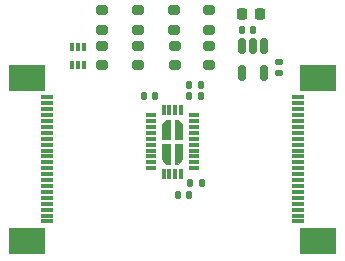
<source format=gbr>
%TF.GenerationSoftware,KiCad,Pcbnew,7.0.10*%
%TF.CreationDate,2024-03-24T13:51:38+01:00*%
%TF.ProjectId,CSI2-SPY-22-1A,43534932-2d53-4505-992d-32322d31412e,rev?*%
%TF.SameCoordinates,Original*%
%TF.FileFunction,Paste,Bot*%
%TF.FilePolarity,Positive*%
%FSLAX46Y46*%
G04 Gerber Fmt 4.6, Leading zero omitted, Abs format (unit mm)*
G04 Created by KiCad (PCBNEW 7.0.10) date 2024-03-24 13:51:38*
%MOMM*%
%LPD*%
G01*
G04 APERTURE LIST*
G04 Aperture macros list*
%AMRoundRect*
0 Rectangle with rounded corners*
0 $1 Rounding radius*
0 $2 $3 $4 $5 $6 $7 $8 $9 X,Y pos of 4 corners*
0 Add a 4 corners polygon primitive as box body*
4,1,4,$2,$3,$4,$5,$6,$7,$8,$9,$2,$3,0*
0 Add four circle primitives for the rounded corners*
1,1,$1+$1,$2,$3*
1,1,$1+$1,$4,$5*
1,1,$1+$1,$6,$7*
1,1,$1+$1,$8,$9*
0 Add four rect primitives between the rounded corners*
20,1,$1+$1,$2,$3,$4,$5,0*
20,1,$1+$1,$4,$5,$6,$7,0*
20,1,$1+$1,$6,$7,$8,$9,0*
20,1,$1+$1,$8,$9,$2,$3,0*%
G04 Aperture macros list end*
%ADD10C,0.100000*%
%ADD11RoundRect,0.200000X-0.275000X0.200000X-0.275000X-0.200000X0.275000X-0.200000X0.275000X0.200000X0*%
%ADD12RoundRect,0.140000X-0.140000X-0.170000X0.140000X-0.170000X0.140000X0.170000X-0.140000X0.170000X0*%
%ADD13RoundRect,0.225000X-0.225000X-0.250000X0.225000X-0.250000X0.225000X0.250000X-0.225000X0.250000X0*%
%ADD14R,0.850000X0.300000*%
%ADD15R,0.300000X0.850000*%
%ADD16R,1.100000X0.300000*%
%ADD17R,3.100000X2.300000*%
%ADD18RoundRect,0.140000X0.140000X0.170000X-0.140000X0.170000X-0.140000X-0.170000X0.140000X-0.170000X0*%
%ADD19R,0.340000X0.700000*%
%ADD20RoundRect,0.150000X-0.150000X0.512500X-0.150000X-0.512500X0.150000X-0.512500X0.150000X0.512500X0*%
%ADD21RoundRect,0.140000X0.170000X-0.140000X0.170000X0.140000X-0.170000X0.140000X-0.170000X-0.140000X0*%
G04 APERTURE END LIST*
%TO.C,IC1*%
D10*
X15850000Y-15000000D02*
X15500000Y-15350000D01*
X15200000Y-15350000D01*
X15200000Y-13700000D01*
X15850000Y-13700000D01*
X15850000Y-15000000D01*
G36*
X15850000Y-15000000D02*
G01*
X15500000Y-15350000D01*
X15200000Y-15350000D01*
X15200000Y-13700000D01*
X15850000Y-13700000D01*
X15850000Y-15000000D01*
G37*
X15850000Y-12000000D02*
X15850000Y-13300000D01*
X15200000Y-13300000D01*
X15200000Y-11650000D01*
X15500000Y-11650000D01*
X15850000Y-12000000D01*
G36*
X15850000Y-12000000D02*
G01*
X15850000Y-13300000D01*
X15200000Y-13300000D01*
X15200000Y-11650000D01*
X15500000Y-11650000D01*
X15850000Y-12000000D01*
G37*
X14800000Y-15350000D02*
X14500000Y-15350000D01*
X14150000Y-15000000D01*
X14150000Y-13700000D01*
X14800000Y-13700000D01*
X14800000Y-15350000D01*
G36*
X14800000Y-15350000D02*
G01*
X14500000Y-15350000D01*
X14150000Y-15000000D01*
X14150000Y-13700000D01*
X14800000Y-13700000D01*
X14800000Y-15350000D01*
G37*
X14800000Y-13300000D02*
X14150000Y-13300000D01*
X14150000Y-12000000D01*
X14500000Y-11650000D01*
X14800000Y-11650000D01*
X14800000Y-13300000D01*
G36*
X14800000Y-13300000D02*
G01*
X14150000Y-13300000D01*
X14150000Y-12000000D01*
X14500000Y-11650000D01*
X14800000Y-11650000D01*
X14800000Y-13300000D01*
G37*
%TD*%
D11*
%TO.C,R2*%
X18115000Y-5370000D03*
X18115000Y-7020000D03*
%TD*%
D12*
%TO.C,C2*%
X16430000Y-9640000D03*
X17390000Y-9640000D03*
%TD*%
D13*
%TO.C,C7*%
X20860000Y-2695000D03*
X22410000Y-2695000D03*
%TD*%
D14*
%TO.C,IC1*%
X16800000Y-11250000D03*
X16800000Y-11750000D03*
X16800000Y-12250000D03*
X16800000Y-12750000D03*
X16800000Y-13250000D03*
X16800000Y-13750000D03*
X16800000Y-14250000D03*
X16800000Y-14750000D03*
X16800000Y-15250000D03*
X16800000Y-15750000D03*
D15*
X15750000Y-16200000D03*
X15250000Y-16200000D03*
X14750000Y-16200000D03*
X14250000Y-16200000D03*
D14*
X13200000Y-15750000D03*
X13200000Y-15250000D03*
X13200000Y-14750000D03*
X13200000Y-14250000D03*
X13200000Y-13750000D03*
X13200000Y-13250000D03*
X13200000Y-12750000D03*
X13200000Y-12250000D03*
X13200000Y-11750000D03*
X13200000Y-11250000D03*
D15*
X14250000Y-10800000D03*
X14750000Y-10800000D03*
X15250000Y-10800000D03*
X15750000Y-10800000D03*
%TD*%
D16*
%TO.C,J4*%
X25650000Y-9750000D03*
X25650000Y-10250000D03*
X25650000Y-10750000D03*
X25650000Y-11250000D03*
X25650000Y-11750000D03*
X25650000Y-12250000D03*
X25650000Y-12750000D03*
X25650000Y-13250000D03*
X25650000Y-13750000D03*
X25650000Y-14250000D03*
X25650000Y-14750000D03*
X25650000Y-15250000D03*
X25650000Y-15750000D03*
X25650000Y-16250000D03*
X25650000Y-16750000D03*
X25650000Y-17250000D03*
X25650000Y-17750000D03*
X25650000Y-18250000D03*
X25650000Y-18750000D03*
X25650000Y-19250000D03*
X25650000Y-19750000D03*
X25650000Y-20250000D03*
D17*
X27350000Y-8080000D03*
X27350000Y-21920000D03*
%TD*%
D11*
%TO.C,R1*%
X18105000Y-2370000D03*
X18105000Y-4020000D03*
%TD*%
%TO.C,R8*%
X9025000Y-5370000D03*
X9025000Y-7020000D03*
%TD*%
D18*
%TO.C,C3*%
X13545000Y-9650000D03*
X12585000Y-9650000D03*
%TD*%
D11*
%TO.C,R6*%
X12105000Y-5370000D03*
X12105000Y-7020000D03*
%TD*%
D12*
%TO.C,C4*%
X15455000Y-18005000D03*
X16415000Y-18005000D03*
%TD*%
D16*
%TO.C,J5*%
X4350000Y-9750000D03*
X4350000Y-10250000D03*
X4350000Y-10750000D03*
X4350000Y-11250000D03*
X4350000Y-11750000D03*
X4350000Y-12250000D03*
X4350000Y-12750000D03*
X4350000Y-13250000D03*
X4350000Y-13750000D03*
X4350000Y-14250000D03*
X4350000Y-14750000D03*
X4350000Y-15250000D03*
X4350000Y-15750000D03*
X4350000Y-16250000D03*
X4350000Y-16750000D03*
X4350000Y-17250000D03*
X4350000Y-17750000D03*
X4350000Y-18250000D03*
X4350000Y-18750000D03*
X4350000Y-19250000D03*
X4350000Y-19750000D03*
X4350000Y-20250000D03*
D17*
X2650000Y-21920000D03*
X2650000Y-8080000D03*
%TD*%
D19*
%TO.C,Q1*%
X6475000Y-5475000D03*
X6975000Y-5475000D03*
X7475000Y-5475000D03*
X7475000Y-6975000D03*
X6975000Y-6975000D03*
X6475000Y-6975000D03*
%TD*%
D12*
%TO.C,C8*%
X16430000Y-8715000D03*
X17390000Y-8715000D03*
%TD*%
D11*
%TO.C,R7*%
X9015000Y-2370000D03*
X9015000Y-4020000D03*
%TD*%
D20*
%TO.C,U1*%
X20875000Y-5422500D03*
X21825000Y-5422500D03*
X22775000Y-5422500D03*
X22775000Y-7697500D03*
X20875000Y-7697500D03*
%TD*%
D12*
%TO.C,C6*%
X20855000Y-4025000D03*
X21815000Y-4025000D03*
%TD*%
D11*
%TO.C,R3*%
X15175000Y-2370000D03*
X15175000Y-4020000D03*
%TD*%
D21*
%TO.C,C5*%
X24015000Y-7695000D03*
X24015000Y-6735000D03*
%TD*%
D11*
%TO.C,R5*%
X12095000Y-2370000D03*
X12095000Y-4020000D03*
%TD*%
%TO.C,R4*%
X15185000Y-5370000D03*
X15185000Y-7020000D03*
%TD*%
D12*
%TO.C,C1*%
X16530000Y-17005000D03*
X17490000Y-17005000D03*
%TD*%
M02*

</source>
